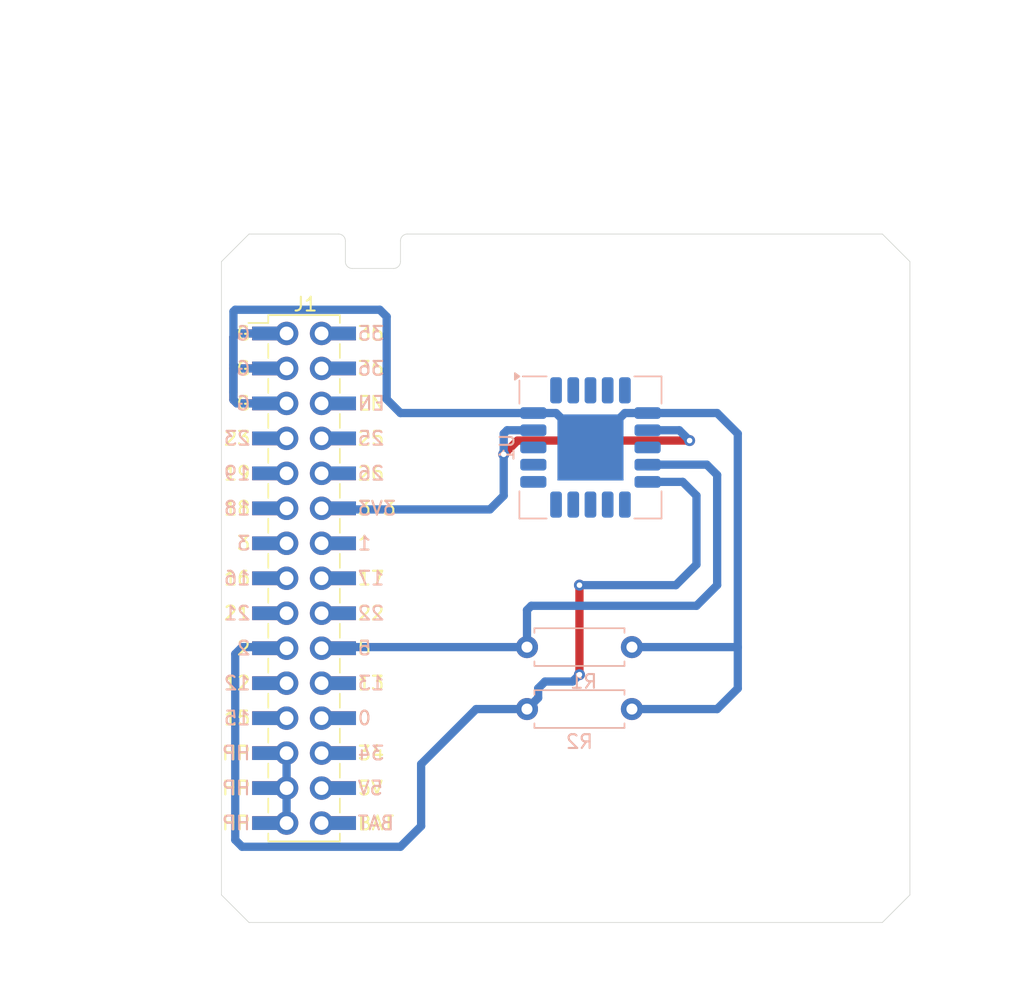
<source format=kicad_pcb>
(kicad_pcb (version 20240108) (generator "pcbnew") (generator_version "8.0")
  (title_block (title "BF-021") (date "2022-02-05") (rev "V01L04") (company "Copyright 2022 BotanicFields, Inc.") (comment 1 "Template of M5Stack Module "))
  (layers (0 "F.Cu" signal) (31 "B.Cu" signal) (34 "B.Paste" user) (35 "F.Paste" user) (36 "B.SilkS" user "B.Silkscreen") (37 "F.SilkS" user "F.Silkscreen") (38 "B.Mask" user) (39 "F.Mask" user) (44 "Edge.Cuts" user))
  (net 0 "")
  (net 1 "+BATT")
  (net 2 "VBUS")
  (net 3 "+5V")
  (net 4 "/GPIO34")
  (net 5 "/GPIO0")
  (net 6 "/GPIO15")
  (net 7 "/GPIO13")
  (net 8 "/GPIO12")
  (net 9 "/GPIO5")
  (net 10 "/GPIO2")
  (net 11 "/GPIO22")
  (net 12 "/GPIO21")
  (net 13 "/GPIO17")
  (net 14 "/GPIO16")
  (net 15 "/GPIO1")
  (net 16 "/GPIO3")
  (net 17 "+3V3")
  (net 18 "/GPIO18")
  (net 19 "/GPIO26")
  (net 20 "/GPIO19")
  (net 21 "/GPIO25")
  (net 22 "/GPIO23")
  (net 23 "/EN")
  (net 24 "GND")
  (net 25 "/GPIO36")
  (net 26 "/GPIO35")
  (footprint "bf:BF@MountingHole_3.2mm_M3" (layer "F.Cu") (at 103 53)
    (property "Reference" "H1" (hide yes))
    (property "Value" "MountingHole" (hide yes))
    (pad "" np_thru_hole circle (at 0 0) (size 3.2 3.2) (drill 3.2) (layers "*.Cu" "*.Mask"))
  )
  (footprint "bf:BF@MountingHole_3.2mm_M3" (layer "F.Cu") (at 147 53)
    (property "Reference" "H2" (hide yes))
    (property "Value" "MountingHole" (hide yes))
    (pad "" np_thru_hole circle (at 0 0) (size 3.2 3.2) (drill 3.2) (layers "*.Cu" "*.Mask"))
  )
  (footprint "bf:BF@MountingHole_3.2mm_M3" (layer "F.Cu") (at 147 97)
    (property "Reference" "H3" (hide yes))
    (property "Value" "MountingHole" (hide yes))
    (pad "" np_thru_hole circle (at 0 0) (size 3.2 3.2) (drill 3.2) (layers "*.Cu" "*.Mask"))
  )
  (footprint "bf:BF@MountingHole_3.2mm_M3" (layer "F.Cu") (at 103 97)
    (property "Reference" "H4" (hide yes))
    (property "Value" "MountingHole" (hide yes))
    (pad "" np_thru_hole circle (at 0 0) (size 3.2 3.2) (drill 3.2) (layers "*.Cu" "*.Mask"))
  )
  (footprint "bf:BF@MountingHole_2.2mm_M2" (layer "F.Cu") (at 107 53)
    (property "Reference" "H5" (hide yes))
    (property "Value" "MountingHole" (hide yes))
    (pad "" np_thru_hole circle (at 0 0) (size 2.2 2.2) (drill 2.2) (layers "*.Cu" "*.Mask"))
  )
  (footprint "bf:BF@MountingHole_2.2mm_M2" (layer "F.Cu") (at 143 53)
    (property "Reference" "H6" (hide yes))
    (property "Value" "MountingHole" (hide yes))
    (pad "" np_thru_hole circle (at 0 0) (size 2.2 2.2) (drill 2.2) (layers "*.Cu" "*.Mask"))
  )
  (footprint "bf:BF@MountingHole_2.2mm_M2" (layer "F.Cu") (at 143 97)
    (property "Reference" "H7" (hide yes))
    (property "Value" "MountingHole" (hide yes))
    (pad "" np_thru_hole circle (at 0 0) (size 2.2 2.2) (drill 2.2) (layers "*.Cu" "*.Mask"))
  )
  (footprint "bf:BF@MountingHole_2.2mm_M2" (layer "F.Cu") (at 107 97)
    (property "Reference" "H8" (hide yes))
    (property "Value" "MountingHole" (hide yes))
    (pad "" np_thru_hole circle (at 0 0) (size 2.2 2.2) (drill 2.2) (layers "*.Cu" "*.Mask"))
  )
  (footprint "bf:BF@M5Stack_MBUS" (layer "F.Cu") (at 106 75)
    (property "Reference" "J1" (at 0.1 -19.9 0) (layer "F.SilkS"))
    (property "Value" "M-BUS")
    (fp_line (start -4.04 -18.54) (end -2.6 -18.54) (stroke (width 0.12)) (layer "F.SilkS"))
    (fp_line (start -2.6 -19.11) (end -2.6 -18.54) (stroke (width 0.12)) (layer "F.SilkS"))
    (fp_line (start -2.6 -19.11) (end 2.6 -19.11) (stroke (width 0.12)) (layer "F.SilkS"))
    (fp_line (start -2.6 -17.02) (end -2.6 -16) (stroke (width 0.12)) (layer "F.SilkS"))
    (fp_line (start -2.6 -14.48) (end -2.6 -13.46) (stroke (width 0.12)) (layer "F.SilkS"))
    (fp_line (start -2.6 -11.94) (end -2.6 -10.92) (stroke (width 0.12)) (layer "F.SilkS"))
    (fp_line (start -2.6 -9.4) (end -2.6 -8.38) (stroke (width 0.12)) (layer "F.SilkS"))
    (fp_line (start -2.6 -6.86) (end -2.6 -5.84) (stroke (width 0.12)) (layer "F.SilkS"))
    (fp_line (start -2.6 -4.32) (end -2.6 -3.3) (stroke (width 0.12)) (layer "F.SilkS"))
    (fp_line (start -2.6 -1.78) (end -2.6 -0.76) (stroke (width 0.12)) (layer "F.SilkS"))
    (fp_line (start -2.6 0.76) (end -2.6 1.78) (stroke (width 0.12)) (layer "F.SilkS"))
    (fp_line (start -2.6 3.3) (end -2.6 4.32) (stroke (width 0.12)) (layer "F.SilkS"))
    (fp_line (start -2.6 5.84) (end -2.6 6.86) (stroke (width 0.12)) (layer "F.SilkS"))
    (fp_line (start -2.6 8.38) (end -2.6 9.4) (stroke (width 0.12)) (layer "F.SilkS"))
    (fp_line (start -2.6 10.92) (end -2.6 11.94) (stroke (width 0.12)) (layer "F.SilkS"))
    (fp_line (start -2.6 13.46) (end -2.6 14.48) (stroke (width 0.12)) (layer "F.SilkS"))
    (fp_line (start -2.6 16) (end -2.6 17.02) (stroke (width 0.12)) (layer "F.SilkS"))
    (fp_line (start -2.6 18.54) (end -2.6 19.11) (stroke (width 0.12)) (layer "F.SilkS"))
    (fp_line (start -2.6 19.11) (end 2.6 19.11) (stroke (width 0.12)) (layer "F.SilkS"))
    (fp_line (start 2.6 -19.11) (end 2.6 -18.54) (stroke (width 0.12)) (layer "F.SilkS"))
    (fp_line (start 2.6 -17.02) (end 2.6 -16) (stroke (width 0.12)) (layer "F.SilkS"))
    (fp_line (start 2.6 -14.48) (end 2.6 -13.46) (stroke (width 0.12)) (layer "F.SilkS"))
    (fp_line (start 2.6 -11.94) (end 2.6 -10.92) (stroke (width 0.12)) (layer "F.SilkS"))
    (fp_line (start 2.6 -9.4) (end 2.6 -8.38) (stroke (width 0.12)) (layer "F.SilkS"))
    (fp_line (start 2.6 -6.86) (end 2.6 -5.84) (stroke (width 0.12)) (layer "F.SilkS"))
    (fp_line (start 2.6 -4.32) (end 2.6 -3.3) (stroke (width 0.12)) (layer "F.SilkS"))
    (fp_line (start 2.6 -1.78) (end 2.6 -0.76) (stroke (width 0.12)) (layer "F.SilkS"))
    (fp_line (start 2.6 0.76) (end 2.6 1.78) (stroke (width 0.12)) (layer "F.SilkS"))
    (fp_line (start 2.6 3.3) (end 2.6 4.32) (stroke (width 0.12)) (layer "F.SilkS"))
    (fp_line (start 2.6 5.84) (end 2.6 6.86) (stroke (width 0.12)) (layer "F.SilkS"))
    (fp_line (start 2.6 8.38) (end 2.6 9.4) (stroke (width 0.12)) (layer "F.SilkS"))
    (fp_line (start 2.6 10.92) (end 2.6 11.94) (stroke (width 0.12)) (layer "F.SilkS"))
    (fp_line (start 2.6 13.46) (end 2.6 14.48) (stroke (width 0.12)) (layer "F.SilkS"))
    (fp_line (start 2.6 16) (end 2.6 17.02) (stroke (width 0.12)) (layer "F.SilkS"))
    (fp_line (start 2.6 18.54) (end 2.6 19.11) (stroke (width 0.12)) (layer "F.SilkS"))
    (fp_text user "5V" (at 3.81 15.24 180) (layer "B.SilkS") (effects (justify right mirror)))
    (fp_text user "34" (at 3.81 12.7 180) (layer "B.SilkS") (effects (justify right mirror)))
    (fp_text user "HP" (at -3.81 12.7 180) (layer "B.SilkS") (effects (justify left mirror)))
    (fp_text user "25" (at 3.81 -10.16 180) (layer "B.SilkS") (effects (justify right mirror)))
    (fp_text user "5" (at 3.81 5.08 180) (layer "B.SilkS") (effects (justify right mirror)))
    (fp_text user "HP" (at -3.81 17.78 180) (layer "B.SilkS") (effects (justify left mirror)))
    (fp_text user "16" (at -3.81 0 180) (layer "B.SilkS") (effects (justify left mirror)))
    (fp_text user "23" (at -3.81 -10.16 180) (layer "B.SilkS") (effects (justify left mirror)))
    (fp_text user "22" (at 3.81 2.54 180) (layer "B.SilkS") (effects (justify right mirror)))
    (fp_text user "1" (at 3.81 -2.54 180) (layer "B.SilkS") (effects (justify right mirror)))
    (fp_text user "0" (at 3.81 10.16 180) (layer "B.SilkS") (effects (justify right mirror)))
    (fp_text user "13" (at 3.81 7.62 180) (layer "B.SilkS") (effects (justify right mirror)))
    (fp_text user "2" (at -3.81 5.08 180) (layer "B.SilkS") (effects (justify left mirror)))
    (fp_text user "18" (at -3.81 -5.08 180) (layer "B.SilkS") (effects (justify left mirror)))
    (fp_text user "HP" (at -3.81 15.24 180) (layer "B.SilkS") (effects (justify left mirror)))
    (fp_text user "G" (at -3.81 -12.7 180) (layer "B.SilkS") (effects (justify left mirror)))
    (fp_text user "36" (at 3.81 -15.24 180) (layer "B.SilkS") (effects (justify right mirror)))
    (fp_text user "21" (at -3.81 2.54 180) (layer "B.SilkS") (effects (justify left mirror)))
    (fp_text user "15" (at -3.81 10.16 180) (layer "B.SilkS") (effects (justify left mirror)))
    (fp_text user "G" (at -3.81 -17.78 180) (layer "B.SilkS") (effects (justify left mirror)))
    (fp_text user "17" (at 3.81 0 180) (layer "B.SilkS") (effects (justify right mirror)))
    (fp_text user "35" (at 3.81 -17.78 180) (layer "B.SilkS") (effects (justify right mirror)))
    (fp_text user "19" (at -3.81 -7.62 180) (layer "B.SilkS") (effects (justify left mirror)))
    (fp_text user "12" (at -3.81 7.62 180) (layer "B.SilkS") (effects (justify left mirror)))
    (fp_text user "G" (at -3.81 -15.24 180) (layer "B.SilkS") (effects (justify left mirror)))
    (fp_text user "3V3" (at 3.81 -5.08 180) (layer "B.SilkS") (effects (justify right mirror)))
    (fp_text user "EN" (at 3.81 -12.7 180) (layer "B.SilkS") (effects (justify right mirror)))
    (fp_text user "26" (at 3.81 -7.62 180) (layer "B.SilkS") (effects (justify right mirror)))
    (fp_text user "3" (at -3.81 -2.54 180) (layer "B.SilkS") (effects (justify left mirror)))
    (fp_text user "BAT" (at 3.81 17.78 180) (layer "B.SilkS") (effects (justify right mirror)))
    (fp_text user "2" (at -3.81 5.08 0) (layer "F.SilkS") (effects (justify right)))
    (fp_text user "19" (at -3.81 -7.62 0) (layer "F.SilkS") (effects (justify right)))
    (fp_text user "34" (at 3.81 12.7 0) (layer "F.SilkS") (effects (justify left)))
    (fp_text user "5V" (at 3.81 15.24 0) (layer "F.SilkS") (effects (justify left)))
    (fp_text user "12" (at -3.81 7.62 0) (layer "F.SilkS") (effects (justify right)))
    (fp_text user "1" (at 3.81 -2.54 0) (layer "F.SilkS") (effects (justify left)))
    (fp_text user "HP" (at -3.81 15.24 0) (layer "F.SilkS") (effects (justify right)))
    (fp_text user "EN" (at 3.81 -12.7 0) (layer "F.SilkS") (effects (justify left)))
    (fp_text user "3" (at -3.81 -2.54 0) (layer "F.SilkS") (effects (justify right)))
    (fp_text user "5" (at 3.81 5.08 0) (layer "F.SilkS") (effects (justify left)))
    (fp_text user "G" (at -3.81 -15.24 0) (layer "F.SilkS") (effects (justify right)))
    (fp_text user "35" (at 3.81 -17.78 0) (layer "F.SilkS") (effects (justify left)))
    (fp_text user "13" (at 3.81 7.62 0) (layer "F.SilkS") (effects (justify left)))
    (fp_text user "15" (at -3.81 10.16 0) (layer "F.SilkS") (effects (justify right)))
    (fp_text user "0" (at 3.81 10.16 0) (layer "F.SilkS") (effects (justify left)))
    (fp_text user "36" (at 3.81 -15.24 0) (layer "F.SilkS") (effects (justify left)))
    (fp_text user "G" (at -3.81 -17.78 0) (layer "F.SilkS") (effects (justify right)))
    (fp_text user "25" (at 3.81 -10.16 0) (layer "F.SilkS") (effects (justify left)))
    (fp_text user "16" (at -3.81 0 0) (layer "F.SilkS") (effects (justify right)))
    (fp_text user "18" (at -3.81 -5.08 0) (layer "F.SilkS") (effects (justify right)))
    (fp_text user "22" (at 3.81 2.54 0) (layer "F.SilkS") (effects (justify left)))
    (fp_text user "23" (at -3.81 -10.16 0) (layer "F.SilkS") (effects (justify right)))
    (fp_text user "17" (at 3.81 0 0) (layer "F.SilkS") (effects (justify left)))
    (fp_text user "3V3" (at 3.81 -5.08 0) (layer "F.SilkS") (effects (justify left)))
    (fp_text user "HP" (at -3.81 17.78 0) (layer "F.SilkS") (effects (justify right)))
    (fp_text user "BAT" (at 3.81 17.78 0) (layer "F.SilkS") (effects (justify left)))
    (fp_text user "26" (at 3.81 -7.62 0) (layer "F.SilkS") (effects (justify left)))
    (fp_text user "21" (at -3.81 2.54 0) (layer "F.SilkS") (effects (justify right)))
    (fp_text user "G" (at -3.81 -12.7 0) (layer "F.SilkS") (effects (justify right)))
    (fp_text user "HP" (at -3.81 12.7 0) (layer "F.SilkS") (effects (justify right)))
    (pad "" np_thru_hole circle (at 0 -16.51 180) (size 1 1) (drill 1) (layers "*.Cu" "*.Mask"))
    (pad "" np_thru_hole circle (at 0 -13.97 180) (size 1 1) (drill 1) (layers "*.Cu" "*.Mask"))
    (pad "" np_thru_hole circle (at 0 13.97 180) (size 1 1) (drill 1) (layers "*.Cu" "*.Mask"))
    (pad "" np_thru_hole circle (at 0 16.51 180) (size 1 1) (drill 1) (layers "*.Cu" "*.Mask"))
    (pad "1" smd custom (at 1.27 -17.78 180) (size 1 1) (layers "F.Cu" "F.Mask") (net 26 "/GPIO35") (options (clearance outline) (anchor rect)) (primitives (gr_poly (pts (xy 0.5 0.5) (xy 0.5 -0.5) (xy -2.5 -0.5) (xy -2.5 0.5)) (width 0) (fill yes))))
    (pad "1" smd custom (at 1.27 -17.78 180) (size 1 1) (layers "B.Cu" "B.Mask") (net 26 "/GPIO35") (options (clearance outline) (anchor rect)) (primitives (gr_poly (pts (xy 0.5 0.5) (xy 0.5 -0.5) (xy -2.5 -0.5) (xy -2.5 0.5)) (width 0) (fill yes))))
    (pad "1" thru_hole circle (at 1.27 -17.78 180) (size 1.7 1.7) (drill 1) (layers "*.Cu" "*.Mask") (net 26 "/GPIO35"))
    (pad "2" smd custom (at -1.27 -17.78) (size 1 1) (layers "F.Cu" "F.Mask") (net 24 "GND") (options (clearance outline) (anchor rect)) (primitives (gr_poly (pts (xy 0.5 0.5) (xy 0.5 -0.5) (xy -2.5 -0.5) (xy -2.5 0.5)) (width 0) (fill yes))))
    (pad "2" smd custom (at -1.27 -17.78) (size 1 1) (layers "B.Cu" "B.Mask") (net 24 "GND") (options (clearance outline) (anchor rect)) (primitives (gr_poly (pts (xy 0.5 0.5) (xy 0.5 -0.5) (xy -2.5 -0.5) (xy -2.5 0.5)) (width 0) (fill yes))))
    (pad "2" thru_hole circle (at -1.27 -17.78) (size 1.7 1.7) (drill 1) (layers "*.Cu" "*.Mask") (net 24 "GND"))
    (pad "3" smd custom (at 1.27 -15.24 180) (size 1 1) (layers "F.Cu" "F.Mask") (net 25 "/GPIO36") (options (clearance outline) (anchor rect)) (primitives (gr_poly (pts (xy 0.5 0.5) (xy 0.5 -0.5) (xy -2.5 -0.5) (xy -2.5 0.5)) (width 0) (fill yes))))
    (pad "3" smd custom (at 1.27 -15.24 180) (size 1 1) (layers "B.Cu" "B.Mask") (net 25 "/GPIO36") (options (clearance outline) (anchor rect)) (primitives (gr_poly (pts (xy 0.5 0.5) (xy 0.5 -0.5) (xy -2.5 -0.5) (xy -2.5 0.5)) (width 0) (fill yes))))
    (pad "3" thru_hole circle (at 1.27 -15.24 180) (size 1.7 1.7) (drill 1) (layers "*.Cu" "*.Mask") (net 25 "/GPIO36"))
    (pad "4" smd custom (at -1.27 -15.24) (size 1 1) (layers "F.Cu" "F.Mask") (net 24 "GND") (options (clearance outline) (anchor rect)) (primitives (gr_poly (pts (xy 0.5 0.5) (xy 0.5 -0.5) (xy -2.5 -0.5) (xy -2.5 0.5)) (width 0) (fill yes))))
    (pad "4" smd custom (at -1.27 -15.24) (size 1 1) (layers "B.Cu" "B.Mask") (net 24 "GND") (options (clearance outline) (anchor rect)) (primitives (gr_poly (pts (xy 0.5 0.5) (xy 0.5 -0.5) (xy -2.5 -0.5) (xy -2.5 0.5)) (width 0) (fill yes))))
    (pad "4" thru_hole circle (at -1.27 -15.24) (size 1.7 1.7) (drill 1) (layers "*.Cu" "*.Mask") (net 24 "GND"))
    (pad "5" smd custom (at 1.27 -12.7 180) (size 1 1) (layers "F.Cu" "F.Mask") (net 23 "/EN") (options (clearance outline) (anchor rect)) (primitives (gr_poly (pts (xy 0.5 0.5) (xy 0.5 -0.5) (xy -2.5 -0.5) (xy -2.5 0.5)) (width 0) (fill yes))))
    (pad "5" smd custom (at 1.27 -12.7 180) (size 1 1) (layers "B.Cu" "B.Mask") (net 23 "/EN") (options (clearance outline) (anchor rect)) (primitives (gr_poly (pts (xy 0.5 0.5) (xy 0.5 -0.5) (xy -2.5 -0.5) (xy -2.5 0.5)) (width 0) (fill yes))))
    (pad "5" thru_hole circle (at 1.27 -12.7 180) (size 1.7 1.7) (drill 1) (layers "*.Cu" "*.Mask") (net 23 "/EN"))
    (pad "6" smd custom (at -1.27 -12.7) (size 1 1) (layers "F.Cu" "F.Mask") (net 24 "GND") (options (clearance outline) (anchor rect)) (primitives (gr_poly (pts (xy 0.5 0.5) (xy 0.5 -0.5) (xy -2.5 -0.5) (xy -2.5 0.5)) (width 0) (fill yes))))
    (pad "6" smd custom (at -1.27 -12.7) (size 1 1) (layers "B.Cu" "B.Mask") (net 24 "GND") (options (clearance outline) (anchor rect)) (primitives (gr_poly (pts (xy 0.5 0.5) (xy 0.5 -0.5) (xy -2.5 -0.5) (xy -2.5 0.5)) (width 0) (fill yes))))
    (pad "6" thru_hole circle (at -1.27 -12.7) (size 1.7 1.7) (drill 1) (layers "*.Cu" "*.Mask") (net 24 "GND"))
    (pad "7" smd custom (at 1.27 -10.16 180) (size 1 1) (layers "F.Cu" "F.Mask") (net 21 "/GPIO25") (options (clearance outline) (anchor rect)) (primitives (gr_poly (pts (xy 0.5 0.5) (xy 0.5 -0.5) (xy -2.5 -0.5) (xy -2.5 0.5)) (width 0) (fill yes))))
    (pad "7" smd custom (at 1.27 -10.16 180) (size 1 1) (layers "B.Cu" "B.Mask") (net 21 "/GPIO25") (options (clearance outline) (anchor rect)) (primitives (gr_poly (pts (xy 0.5 0.5) (xy 0.5 -0.5) (xy -2.5 -0.5) (xy -2.5 0.5)) (width 0) (fill yes))))
    (pad "7" thru_hole circle (at 1.27 -10.16 180) (size 1.7 1.7) (drill 1) (layers "*.Cu" "*.Mask") (net 21 "/GPIO25"))
    (pad "8" smd custom (at -1.27 -10.16) (size 1 1) (layers "F.Cu" "F.Mask") (net 22 "/GPIO23") (options (clearance outline) (anchor rect)) (primitives (gr_poly (pts (xy 0.5 0.5) (xy 0.5 -0.5) (xy -2.5 -0.5) (xy -2.5 0.5)) (width 0) (fill yes))))
    (pad "8" smd custom (at -1.27 -10.16) (size 1 1) (layers "B.Cu" "B.Mask") (net 22 "/GPIO23") (options (clearance outline) (anchor rect)) (primitives (gr_poly (pts (xy 0.5 0.5) (xy 0.5 -0.5) (xy -2.5 -0.5) (xy -2.5 0.5)) (width 0) (fill yes))))
    (pad "8" thru_hole circle (at -1.27 -10.16) (size 1.7 1.7) (drill 1) (layers "*.Cu" "*.Mask") (net 22 "/GPIO23"))
    (pad "9" smd custom (at 1.27 -7.62 180) (size 1 1) (layers "F.Cu" "F.Mask") (net 19 "/GPIO26") (options (clearance outline) (anchor rect)) (primitives (gr_poly (pts (xy 0.5 0.5) (xy 0.5 -0.5) (xy -2.5 -0.5) (xy -2.5 0.5)) (width 0) (fill yes))))
    (pad "9" smd custom (at 1.27 -7.62 180) (size 1 1) (layers "B.Cu" "B.Mask") (net 19 "/GPIO26") (options (clearance outline) (anchor rect)) (primitives (gr_poly (pts (xy 0.5 0.5) (xy 0.5 -0.5) (xy -2.5 -0.5) (xy -2.5 0.5)) (width 0) (fill yes))))
    (pad "9" thru_hole circle (at 1.27 -7.62 180) (size 1.7 1.7) (drill 1) (layers "*.Cu" "*.Mask") (net 19 "/GPIO26"))
    (pad "10" smd custom (at -1.27 -7.62) (size 1 1) (layers "F.Cu" "F.Mask") (net 20 "/GPIO19") (options (clearance outline) (anchor rect)) (primitives (gr_poly (pts (xy 0.5 0.5) (xy 0.5 -0.5) (xy -2.5 -0.5) (xy -2.5 0.5)) (width 0) (fill yes))))
    (pad "10" smd custom (at -1.27 -7.62) (size 1 1) (layers "B.Cu" "B.Mask") (net 20 "/GPIO19") (options (clearance outline) (anchor rect)) (primitives (gr_poly (pts (xy 0.5 0.5) (xy 0.5 -0.5) (xy -2.5 -0.5) (xy -2.5 0.5)) (width 0) (fill yes))))
    (pad "10" thru_hole circle (at -1.27 -7.62) (size 1.7 1.7) (drill 1) (layers "*.Cu" "*.Mask") (net 20 "/GPIO19"))
    (pad "11" smd custom (at 1.27 -5.08 180) (size 1 1) (layers "F.Cu" "F.Mask") (net 17 "+3V3") (options (clearance outline) (anchor rect)) (primitives (gr_poly (pts (xy 0.5 0.5) (xy 0.5 -0.5) (xy -2.5 -0.5) (xy -2.5 0.5)) (width 0) (fill yes))))
    (pad "11" smd custom (at 1.27 -5.08 180) (size 1 1) (layers "B.Cu" "B.Mask") (net 17 "+3V3") (options (clearance outline) (anchor rect)) (primitives (gr_poly (pts (xy 0.5 0.5) (xy 0.5 -0.5) (xy -2.5 -0.5) (xy -2.5 0.5)) (width 0) (fill yes))))
    (pad "11" thru_hole circle (at 1.27 -5.08 180) (size 1.7 1.7) (drill 1) (layers "*.Cu" "*.Mask") (net 17 "+3V3"))
    (pad "12" smd custom (at -1.27 -5.08) (size 1 1) (layers "F.Cu" "F.Mask") (net 18 "/GPIO18") (options (clearance outline) (anchor rect)) (primitives (gr_poly (pts (xy 0.5 0.5) (xy 0.5 -0.5) (xy -2.5 -0.5) (xy -2.5 0.5)) (width 0) (fill yes))))
    (pad "12" smd custom (at -1.27 -5.08) (size 1 1) (layers "B.Cu" "B.Mask") (net 18 "/GPIO18") (options (clearance outline) (anchor rect)) (primitives (gr_poly (pts (xy 0.5 0.5) (xy 0.5 -0.5) (xy -2.5 -0.5) (xy -2.5 0.5)) (width 0) (fill yes))))
    (pad "12" thru_hole circle (at -1.27 -5.08) (size 1.7 1.7) (drill 1) (layers "*.Cu" "*.Mask") (net 18 "/GPIO18"))
    (pad "13" smd custom (at 1.27 -2.54 180) (size 1 1) (layers "F.Cu" "F.Mask") (net 15 "/GPIO1") (options (clearance outline) (anchor rect)) (primitives (gr_poly (pts (xy 0.5 0.5) (xy 0.5 -0.5) (xy -2.5 -0.5) (xy -2.5 0.5)) (width 0) (fill yes))))
    (pad "13" smd custom (at 1.27 -2.54 180) (size 1 1) (layers "B.Cu" "B.Mask") (net 15 "/GPIO1") (options (clearance outline) (anchor rect)) (primitives (gr_poly (pts (xy 0.5 0.5) (xy 0.5 -0.5) (xy -2.5 -0.5) (xy -2.5 0.5)) (width 0) (fill yes))))
    (pad "13" thru_hole circle (at 1.27 -2.54 180) (size 1.7 1.7) (drill 1) (layers "*.Cu" "*.Mask") (net 15 "/GPIO1"))
    (pad "14" smd custom (at -1.27 -2.54) (size 1 1) (layers "F.Cu" "F.Mask") (net 16 "/GPIO3") (options (clearance outline) (anchor rect)) (primitives (gr_poly (pts (xy 0.5 0.5) (xy 0.5 -0.5) (xy -2.5 -0.5) (xy -2.5 0.5)) (width 0) (fill yes))))
    (pad "14" smd custom (at -1.27 -2.54) (size 1 1) (layers "B.Cu" "B.Mask") (net 16 "/GPIO3") (options (clearance outline) (anchor rect)) (primitives (gr_poly (pts (xy 0.5 0.5) (xy 0.5 -0.5) (xy -2.5 -0.5) (xy -2.5 0.5)) (width 0) (fill yes))))
    (pad "14" thru_hole circle (at -1.27 -2.54) (size 1.7 1.7) (drill 1) (layers "*.Cu" "*.Mask") (net 16 "/GPIO3"))
    (pad "15" smd custom (at 1.27 0 180) (size 1 1) (layers "F.Cu" "F.Mask") (net 13 "/GPIO17") (options (clearance outline) (anchor rect)) (primitives (gr_poly (pts (xy 0.5 0.5) (xy 0.5 -0.5) (xy -2.5 -0.5) (xy -2.5 0.5)) (width 0) (fill yes))))
    (pad "15" smd custom (at 1.27 0 180) (size 1 1) (layers "B.Cu" "B.Mask") (net 13 "/GPIO17") (options (clearance outline) (anchor rect)) (primitives (gr_poly (pts (xy 0.5 0.5) (xy 0.5 -0.5) (xy -2.5 -0.5) (xy -2.5 0.5)) (width 0) (fill yes))))
    (pad "15" thru_hole circle (at 1.27 0 180) (size 1.7 1.7) (drill 1) (layers "*.Cu" "*.Mask") (net 13 "/GPIO17"))
    (pad "16" smd custom (at -1.27 0) (size 1 1) (layers "F.Cu" "F.Mask") (net 14 "/GPIO16") (options (clearance outline) (anchor rect)) (primitives (gr_poly (pts (xy 0.5 0.5) (xy 0.5 -0.5) (xy -2.5 -0.5) (xy -2.5 0.5)) (width 0) (fill yes))))
    (pad "16" smd custom (at -1.27 0) (size 1 1) (layers "B.Cu" "B.Mask") (net 14 "/GPIO16") (options (clearance outline) (anchor rect)) (primitives (gr_poly (pts (xy 0.5 0.5) (xy 0.5 -0.5) (xy -2.5 -0.5) (xy -2.5 0.5)) (width 0) (fill yes))))
    (pad "16" thru_hole circle (at -1.27 0) (size 1.7 1.7) (drill 1) (layers "*.Cu" "*.Mask") (net 14 "/GPIO16"))
    (pad "17" smd custom (at 1.27 2.54 180) (size 1 1) (layers "F.Cu" "F.Mask") (net 11 "/GPIO22") (options (clearance outline) (anchor rect)) (primitives (gr_poly (pts (xy 0.5 0.5) (xy 0.5 -0.5) (xy -2.5 -0.5) (xy -2.5 0.5)) (width 0) (fill yes))))
    (pad "17" smd custom (at 1.27 2.54 180) (size 1 1) (layers "B.Cu" "B.Mask") (net 11 "/GPIO22") (options (clearance outline) (anchor rect)) (primitives (gr_poly (pts (xy 0.5 0.5) (xy 0.5 -0.5) (xy -2.5 -0.5) (xy -2.5 0.5)) (width 0) (fill yes))))
    (pad "17" thru_hole circle (at 1.27 2.54 180) (size 1.7 1.7) (drill 1) (layers "*.Cu" "*.Mask") (net 11 "/GPIO22"))
    (pad "18" smd custom (at -1.27 2.54) (size 1 1) (layers "F.Cu" "F.Mask") (net 12 "/GPIO21") (options (clearance outline) (anchor rect)) (primitives (gr_poly (pts (xy 0.5 0.5) (xy 0.5 -0.5) (xy -2.5 -0.5) (xy -2.5 0.5)) (width 0) (fill yes))))
    (pad "18" smd custom (at -1.27 2.54) (size 1 1) (layers "B.Cu" "B.Mask") (net 12 "/GPIO21") (options (clearance outline) (anchor rect)) (primitives (gr_poly (pts (xy 0.5 0.5) (xy 0.5 -0.5) (xy -2.5 -0.5) (xy -2.5 0.5)) (width 0) (fill yes))))
    (pad "18" thru_hole circle (at -1.27 2.54) (size 1.7 1.7) (drill 1) (layers "*.Cu" "*.Mask") (net 12 "/GPIO21"))
    (pad "19" smd custom (at 1.27 5.08 180) (size 1 1) (layers "F.Cu" "F.Mask") (net 9 "/GPIO5") (options (clearance outline) (anchor rect)) (primitives (gr_poly (pts (xy 0.5 0.5) (xy 0.5 -0.5) (xy -2.5 -0.5) (xy -2.5 0.5)) (width 0) (fill yes))))
    (pad "19" smd custom (at 1.27 5.08 180) (size 1 1) (layers "B.Cu" "B.Mask") (net 9 "/GPIO5") (options (clearance outline) (anchor rect)) (primitives (gr_poly (pts (xy 0.5 0.5) (xy 0.5 -0.5) (xy -2.5 -0.5) (xy -2.5 0.5)) (width 0) (fill yes))))
    (pad "19" thru_hole circle (at 1.27 5.08 180) (size 1.7 1.7) (drill 1) (layers "*.Cu" "*.Mask") (net 9 "/GPIO5"))
    (pad "20" smd custom (at -1.27 5.08) (size 1 1) (layers "F.Cu" "F.Mask") (net 10 "/GPIO2") (options (clearance outline) (anchor rect)) (primitives (gr_poly (pts (xy 0.5 0.5) (xy 0.5 -0.5) (xy -2.5 -0.5) (xy -2.5 0.5)) (width 0) (fill yes))))
    (pad "20" smd custom (at -1.27 5.08) (size 1 1) (layers "B.Cu" "B.Mask") (net 10 "/GPIO2") (options (clearance outline) (anchor rect)) (primitives (gr_poly (pts (xy 0.5 0.5) (xy 0.5 -0.5) (xy -2.5 -0.5) (xy -2.5 0.5)) (width 0) (fill yes))))
    (pad "20" thru_hole circle (at -1.27 5.08) (size 1.7 1.7) (drill 1) (layers "*.Cu" "*.Mask") (net 10 "/GPIO2"))
    (pad "21" smd custom (at 1.27 7.62 180) (size 1 1) (layers "F.Cu" "F.Mask") (net 7 "/GPIO13") (options (clearance outline) (anchor rect)) (primitives (gr_poly (pts (xy 0.5 0.5) (xy 0.5 -0.5) (xy -2.5 -0.5) (xy -2.5 0.5)) (width 0) (fill yes))))
    (pad "21" smd custom (at 1.27 7.62 180) (size 1 1) (layers "B.Cu" "B.Mask") (net 7 "/GPIO13") (options (clearance outline) (anchor rect)) (primitives (gr_poly (pts (xy 0.5 0.5) (xy 0.5 -0.5) (xy -2.5 -0.5) (xy -2.5 0.5)) (width 0) (fill yes))))
    (pad "21" thru_hole circle (at 1.27 7.62 180) (size 1.7 1.7) (drill 1) (layers "*.Cu" "*.Mask") (net 7 "/GPIO13"))
    (pad "22" smd custom (at -1.27 7.62) (size 1 1) (layers "F.Cu" "F.Mask") (net 8 "/GPIO12") (options (clearance outline) (anchor rect)) (primitives (gr_poly (pts (xy 0.5 0.5) (xy 0.5 -0.5) (xy -2.5 -0.5) (xy -2.5 0.5)) (width 0) (fill yes))))
    (pad "22" smd custom (at -1.27 7.62) (size 1 1) (layers "B.Cu" "B.Mask") (net 8 "/GPIO12") (options (clearance outline) (anchor rect)) (primitives (gr_poly (pts (xy 0.5 0.5) (xy 0.5 -0.5) (xy -2.5 -0.5) (xy -2.5 0.5)) (width 0) (fill yes))))
    (pad "22" thru_hole circle (at -1.27 7.62) (size 1.7 1.7) (drill 1) (layers "*.Cu" "*.Mask") (net 8 "/GPIO12"))
    (pad "23" smd custom (at 1.27 10.16 180) (size 1 1) (layers "F.Cu" "F.Mask") (net 5 "/GPIO0") (options (clearance outline) (anchor rect)) (primitives (gr_poly (pts (xy 0.5 0.5) (xy 0.5 -0.5) (xy -2.5 -0.5) (xy -2.5 0.5)) (width 0) (fill yes))))
    (pad "23" smd custom (at 1.27 10.16 180) (size 1 1) (layers "B.Cu" "B.Mask") (net 5 "/GPIO0") (options (clearance outline) (anchor rect)) (primitives (gr_poly (pts (xy 0.5 0.5) (xy 0.5 -0.5) (xy -2.5 -0.5) (xy -2.5 0.5)) (width 0) (fill yes))))
    (pad "23" thru_hole circle (at 1.27 10.16 180) (size 1.7 1.7) (drill 1) (layers "*.Cu" "*.Mask") (net 5 "/GPIO0"))
    (pad "24" smd custom (at -1.27 10.16) (size 1 1) (layers "F.Cu" "F.Mask") (net 6 "/GPIO15") (options (clearance outline) (anchor rect)) (primitives (gr_poly (pts (xy 0.5 0.5) (xy 0.5 -0.5) (xy -2.5 -0.5) (xy -2.5 0.5)) (width 0) (fill yes))))
    (pad "24" smd custom (at -1.27 10.16) (size 1 1) (layers "B.Cu" "B.Mask") (net 6 "/GPIO15") (options (clearance outline) (anchor rect)) (primitives (gr_poly (pts (xy 0.5 0.5) (xy 0.5 -0.5) (xy -2.5 -0.5) (xy -2.5 0.5)) (width 0) (fill yes))))
    (pad "24" thru_hole circle (at -1.27 10.16) (size 1.7 1.7) (drill 1) (layers "*.Cu" "*.Mask") (net 6 "/GPIO15"))
    (pad "25" smd custom (at 1.27 12.7 180) (size 1 1) (layers "F.Cu" "F.Mask") (net 4 "/GPIO34") (options (clearance outline) (anchor rect)) (primitives (gr_poly (pts (xy 0.5 0.5) (xy 0.5 -0.5) (xy -2.5 -0.5) (xy -2.5 0.5)) (width 0) (fill yes))))
    (pad "25" smd custom (at 1.27 12.7 180) (size 1 1) (layers "B.Cu" "B.Mask") (net 4 "/GPIO34") (options (clearance outline) (anchor rect)) (primitives (gr_poly (pts (xy 0.5 0.5) (xy 0.5 -0.5) (xy -2.5 -0.5) (xy -2.5 0.5)) (width 0) (fill yes))))
    (pad "25" thru_hole circle (at 1.27 12.7 180) (size 1.7 1.7) (drill 1) (layers "*.Cu" "*.Mask") (net 4 "/GPIO34"))
    (pad "26" smd custom (at -1.27 12.7) (size 1 1) (layers "F.Cu" "F.Mask") (net 2 "VBUS") (options (clearance outline) (anchor rect)) (primitives (gr_poly (pts (xy 0.5 0.5) (xy 0.5 -0.5) (xy -2.5 -0.5) (xy -2.5 0.5)) (width 0) (fill yes))))
    (pad "26" smd custom (at -1.27 12.7) (size 1 1) (layers "B.Cu" "B.Mask") (net 2 "VBUS") (options (clearance outline) (anchor rect)) (primitives (gr_poly (pts (xy 0.5 0.5) (xy 0.5 -0.5) (xy -2.5 -0.5) (xy -2.5 0.5)) (width 0) (fill yes))))
    (pad "26" thru_hole circle (at -1.27 12.7) (size 1.7 1.7) (drill 1) (layers "*.Cu" "*.Mask") (net 2 "VBUS"))
    (pad "27" smd custom (at 1.27 15.24 180) (size 1 1) (layers "F.Cu" "F.Mask") (net 3 "+5V") (options (clearance outline) (anchor rect)) (primitives (gr_poly (pts (xy 0.5 0.5) (xy 0.5 -0.5) (xy -2.5 -0.5) (xy -2.5 0.5)) (width 0) (fill yes))))
    (pad "27" smd custom (at 1.27 15.24 180) (size 1 1) (layers "B.Cu" "B.Mask") (net 3 "+5V") (options (clearance outline) (anchor rect)) (primitives (gr_poly (pts (xy 0.5 0.5) (xy 0.5 -0.5) (xy -2.5 -0.5) (xy -2.5 0.5)) (width 0) (fill yes))))
    (pad "27" thru_hole circle (at 1.27 15.24 180) (size 1.7 1.7) (drill 1) (layers "*.Cu" "*.Mask") (net 3 "+5V"))
    (pad "28" smd custom (at -1.27 15.24) (size 1 1) (layers "F.Cu" "F.Mask") (net 2 "VBUS") (options (clearance outline) (anchor rect)) (primitives (gr_poly (pts (xy 0.5 0.5) (xy 0.5 -0.5) (xy -2.5 -0.5) (xy -2.5 0.5)) (width 0) (fill yes))))
    (pad "28" smd custom (at -1.27 15.24) (size 1 1) (layers "B.Cu" "B.Mask") (net 2 "VBUS") (options (clearance outline) (anchor rect)) (primitives (gr_poly (pts (xy 0.5 0.5) (xy 0.5 -0.5) (xy -2.5 -0.5) (xy -2.5 0.5)) (width 0) (fill yes))))
    (pad "28" thru_hole circle (at -1.27 15.24) (size 1.7 1.7) (drill 1) (layers "*.Cu" "*.Mask") (net 2 "VBUS"))
    (pad "29" smd custom (at 1.27 17.78 180) (size 1 1) (layers "F.Cu" "F.Mask") (net 1 "+BATT") (options (clearance outline) (anchor rect)) (primitives (gr_poly (pts (xy 0.5 0.5) (xy 0.5 -0.5) (xy -2.5 -0.5) (xy -2.5 0.5)) (width 0) (fill yes))))
    (pad "29" smd custom (at 1.27 17.78 180) (size 1 1) (layers "B.Cu" "B.Mask") (net 1 "+BATT") (options (clearance outline) (anchor rect)) (primitives (gr_poly (pts (xy 0.5 0.5) (xy 0.5 -0.5) (xy -2.5 -0.5) (xy -2.5 0.5)) (width 0) (fill yes))))
    (pad "29" thru_hole circle (at 1.27 17.78 180) (size 1.7 1.7) (drill 1) (layers "*.Cu" "*.Mask") (net 1 "+BATT"))
    (pad "30" smd custom (at -1.27 17.78) (size 1 1) (layers "F.Cu" "F.Mask") (net 2 "VBUS") (options (clearance outline) (anchor rect)) (primitives (gr_poly (pts (xy 0.5 0.5) (xy 0.5 -0.5) (xy -2.5 -0.5) (xy -2.5 0.5)) (width 0) (fill yes))))
    (pad "30" smd custom (at -1.27 17.78) (size 1 1) (layers "B.Cu" "B.Mask") (net 2 "VBUS") (options (clearance outline) (anchor rect)) (primitives (gr_poly (pts (xy 0.5 0.5) (xy 0.5 -0.5) (xy -2.5 -0.5) (xy -2.5 0.5)) (width 0) (fill yes))))
    (pad "30" thru_hole circle (at -1.27 17.78) (size 1.7 1.7) (drill 1) (layers "*.Cu" "*.Mask") (net 2 "VBUS"))
  )
  (footprint "Resistor_THT:R_Axial_DIN0207_L6.3mm_D2.5mm_P7.62mm_Horizontal" (layer "B.Cu") (at 122.19 84.5)
    (property "Reference" "R2" (at 3.81 2.37 0) (layer "B.SilkS") (effects (justify mirror)))
    (property "Value" "R" (hide yes))
    (fp_line (start 0.54 -1.37) (end 0.54 -1.04) (stroke (width 0.12)) (layer "B.SilkS"))
    (fp_line (start 0.54 1.37) (end 0.54 1.04) (stroke (width 0.12)) (layer "B.SilkS"))
    (fp_line (start 7.08 -1.37) (end 0.54 -1.37) (stroke (width 0.12)) (layer "B.SilkS"))
    (fp_line (start 7.08 -1.04) (end 7.08 -1.37) (stroke (width 0.12)) (layer "B.SilkS"))
    (fp_line (start 7.08 1.04) (end 7.08 1.37) (stroke (width 0.12)) (layer "B.SilkS"))
    (fp_line (start 7.08 1.37) (end 0.54 1.37) (stroke (width 0.12)) (layer "B.SilkS"))
    (pad "1" thru_hole circle (at 0 0) (size 1.6 1.6) (drill 0.8) (layers "*.Cu" "*.Mask") (net 10 "/GPIO2"))
    (pad "2" thru_hole oval (at 7.62 0) (size 1.6 1.6) (drill 0.8) (layers "*.Cu" "*.Mask") (net 24 "GND"))
  )
  (footprint "Sensor:Sensirion_SCD4x-1EP_10.1x10.1mm_P1.25mm_EP4.8x4.8mm" (layer "B.Cu") (at 126.8 65.5 -90)
    (property "Reference" "U1" (at 0 6.05 90) (layer "B.SilkS") (effects (justify mirror)))
    (property "Value" "SCD40-D-R2")
    (fp_line (start -4.86 5.16) (end -3.185 5.16) (stroke (width 0.12)) (layer "B.SilkS"))
    (fp_line (start 5.16 5.16) (end 3.185 5.16) (stroke (width 0.12)) (layer "B.SilkS"))
    (fp_line (start -5.16 4.92) (end -5.16 3.185) (stroke (width 0.12)) (layer "B.SilkS"))
    (fp_line (start 5.16 3.185) (end 5.16 5.16) (stroke (width 0.12)) (layer "B.SilkS"))
    (fp_line (start -5.16 -3.185) (end -5.16 -5.16) (stroke (width 0.12)) (layer "B.SilkS"))
    (fp_line (start 5.16 -3.185) (end 5.16 -5.16) (stroke (width 0.12)) (layer "B.SilkS"))
    (fp_line (start -5.16 -5.16) (end -3.185 -5.16) (stroke (width 0.12)) (layer "B.SilkS"))
    (fp_line (start 5.16 -5.16) (end 3.185 -5.16) (stroke (width 0.12)) (layer "B.SilkS"))
    (fp_poly (pts (xy -5.16 5.16) (xy -5.4 5.49) (xy -4.92 5.49) (xy -5.16 5.16)) (stroke (width 0.12)) (fill solid) (layer "B.SilkS"))
    (pad "1" smd roundrect (at -4.15 2.5 270) (size 1.9 0.85) (layers "B.Cu" "B.Paste" "B.Mask"))
    (pad "2" smd roundrect (at -4.15 1.25 270) (size 1.9 0.85) (layers "B.Cu" "B.Paste" "B.Mask"))
    (pad "3" smd roundrect (at -4.15 0 270) (size 1.9 0.85) (layers "B.Cu" "B.Paste" "B.Mask"))
    (pad "4" smd roundrect (at -4.15 -1.25 270) (size 1.9 0.85) (layers "B.Cu" "B.Paste" "B.Mask"))
    (pad "5" smd roundrect (at -4.15 -2.5 270) (size 1.9 0.85) (layers "B.Cu" "B.Paste" "B.Mask"))
    (pad "6" smd roundrect (at -2.5 -4.15 270) (size 0.85 1.9) (layers "B.Cu" "B.Paste" "B.Mask") (net 24 "GND"))
    (pad "7" smd roundrect (at -1.25 -4.15 270) (size 0.85 1.9) (layers "B.Cu" "B.Paste" "B.Mask") (net 17 "+3V3"))
    (pad "8" smd roundrect (at 0 -4.15 270) (size 0.85 1.9) (layers "B.Cu" "B.Paste" "B.Mask"))
    (pad "9" smd roundrect (at 1.25 -4.15 270) (size 0.85 1.9) (layers "B.Cu" "B.Paste" "B.Mask") (net 9 "/GPIO5"))
    (pad "10" smd roundrect (at 2.5 -4.15 270) (size 0.85 1.9) (layers "B.Cu" "B.Paste" "B.Mask") (net 10 "/GPIO2"))
    (pad "11" smd roundrect (at 4.15 -2.5 270) (size 1.9 0.85) (layers "B.Cu" "B.Paste" "B.Mask"))
    (pad "12" smd roundrect (at 4.15 -1.25 270) (size 1.9 0.85) (layers "B.Cu" "B.Paste" "B.Mask"))
    (pad "13" smd roundrect (at 4.15 0 270) (size 1.9 0.85) (layers "B.Cu" "B.Paste" "B.Mask"))
    (pad "14" smd roundrect (at 4.15 1.25 270) (size 1.9 0.85) (layers "B.Cu" "B.Paste" "B.Mask"))
    (pad "15" smd roundrect (at 4.15 2.5 270) (size 1.9 0.85) (layers "B.Cu" "B.Paste" "B.Mask"))
    (pad "16" smd roundrect (at 2.5 4.15 270) (size 0.85 1.9) (layers "B.Cu" "B.Paste" "B.Mask"))
    (pad "17" smd roundrect (at 1.25 4.15 270) (size 0.85 1.9) (layers "B.Cu" "B.Paste" "B.Mask"))
    (pad "18" smd roundrect (at 0 4.15 270) (size 0.85 1.9) (layers "B.Cu" "B.Paste" "B.Mask"))
    (pad "19" smd roundrect (at -1.25 4.15 270) (size 0.85 1.9) (layers "B.Cu" "B.Paste" "B.Mask") (net 17 "+3V3"))
    (pad "20" smd roundrect (at -2.5 4.15 270) (size 0.85 1.9) (layers "B.Cu" "B.Paste" "B.Mask") (net 24 "GND"))
    (pad "21" smd rect (at 0 0 270) (size 4.8 4.8) (property pad_prop_heatsink) (layers "B.Cu" "B.Mask") (net 24 "GND"))
  )
  (footprint "Resistor_THT:R_Axial_DIN0207_L6.3mm_D2.5mm_P7.62mm_Horizontal" (layer "B.Cu") (at 122.19 80)
    (property "Reference" "R1" (at 4.12 2.5 0) (layer "B.SilkS") (effects (justify mirror)))
    (property "Value" "R" (hide yes))
    (fp_line (start 0.54 -1.37) (end 0.54 -1.04) (stroke (width 0.12)) (layer "B.SilkS"))
    (fp_line (start 0.54 1.37) (end 0.54 1.04) (stroke (width 0.12)) (layer "B.SilkS"))
    (fp_line (start 7.08 -1.37) (end 0.54 -1.37) (stroke (width 0.12)) (layer "B.SilkS"))
    (fp_line (start 7.08 -1.04) (end 7.08 -1.37) (stroke (width 0.12)) (layer "B.SilkS"))
    (fp_line (start 7.08 1.04) (end 7.08 1.37) (stroke (width 0.12)) (layer "B.SilkS"))
    (fp_line (start 7.08 1.37) (end 0.54 1.37) (stroke (width 0.12)) (layer "B.SilkS"))
    (pad "1" thru_hole circle (at 0 0) (size 1.6 1.6) (drill 0.8) (layers "*.Cu" "*.Mask") (net 9 "/GPIO5"))
    (pad "2" thru_hole oval (at 7.62 0) (size 1.6 1.6) (drill 0.8) (layers "*.Cu" "*.Mask") (net 24 "GND"))
  )
  (gr_line (start 108.5 50) (end 102 50) (stroke (width 0.05)) (layer "Edge.Cuts"))
  (gr_line (start 100 98) (end 100 52) (stroke (width 0.05)) (layer "Edge.Cuts"))
  (gr_line (start 150 52) (end 150 98) (stroke (width 0.05)) (layer "Edge.Cuts"))
  (gr_line (start 109.5 52.5) (end 112.5 52.5) (stroke (width 0.05)) (layer "Edge.Cuts"))
  (gr_arc (start 113 52) (mid 112.853553 52.353553) (end 112.5 52.5) (stroke (width 0.05)) (layer "Edge.Cuts"))
  (gr_line (start 109 50.5) (end 109 52) (stroke (width 0.05)) (layer "Edge.Cuts"))
  (gr_arc (start 113 50.5) (mid 113.146447 50.146447) (end 113.5 50) (stroke (width 0.05)) (layer "Edge.Cuts"))
  (gr_line (start 150 52) (end 148 50) (stroke (width 0.05)) (layer "Edge.Cuts"))
  (gr_arc (start 108.5 50) (mid 108.853553 50.146447) (end 109 50.5) (stroke (width 0.05)) (layer "Edge.Cuts"))
  (gr_line (start 102 50) (end 100 52) (stroke (width 0.05)) (layer "Edge.Cuts"))
  (gr_line (start 148 50) (end 113.5 50) (stroke (width 0.05)) (layer "Edge.Cuts"))
  (gr_line (start 148 100) (end 150 98) (stroke (width 0.05)) (layer "Edge.Cuts"))
  (gr_line (start 102 100) (end 148 100) (stroke (width 0.05)) (layer "Edge.Cuts"))
  (gr_line (start 113 52) (end 113 50.5) (stroke (width 0.05)) (layer "Edge.Cuts"))
  (gr_line (start 100 98) (end 102 100) (stroke (width 0.05)) (layer "Edge.Cuts"))
  (gr_arc (start 109.5 52.5) (mid 109.146447 52.353553) (end 109 52) (stroke (width 0.05)) (layer "Edge.Cuts"))
  (segment (start 102.94 87.7) (end 102.921 87.719) (width 0.6) (layer "B.Cu") (net 2))
  (segment (start 104.73 87.7) (end 104.73 90.24) (width 0.6) (layer "B.Cu") (net 2))
  (segment (start 104.73 90.24) (end 104.73 92.78) (width 0.6) (layer "B.Cu") (net 2))
  (segment (start 104.73 87.7) (end 102.94 87.7) (width 0.6) (layer "B.Cu") (net 2))
  (segment (start 130.95 66.75) (end 135.25 66.75) (width 0.6) (layer "B.Cu") (net 9))
  (segment (start 122.19 80) (end 107.5 80) (width 0.6) (layer "B.Cu") (net 9))
  (segment (start 122.19 77.31) (end 122.19 80) (width 0.6) (layer "B.Cu") (net 9))
  (segment (start 136 67.5) (end 136 75.5) (width 0.6) (layer "B.Cu") (net 9))
  (segment (start 135.25 66.75) (end 136 67.5) (width 0.6) (layer "B.Cu") (net 9))
  (segment (start 136 75.5) (end 134.5 77) (width 0.6) (layer "B.Cu") (net 9))
  (segment (start 122.5 77) (end 122.19 77.31) (width 0.6) (layer "B.Cu") (net 9))
  (segment (start 134.5 77) (end 122.5 77) (width 0.6) (layer "B.Cu") (net 9))
  (segment (start 126 75.5) (end 126 82) (width 0.6) (layer "F.Cu") (net 10))
  (via (at 126 82) (size 0.8) (drill 0.4) (layers "F.Cu" "B.Cu") (net 10))
  (via (at 126 75.5) (size 0.8) (drill 0.4) (layers "F.Cu" "B.Cu") (net 10))
  (segment (start 133 75.5) (end 126 75.5) (width 0.6) (layer "B.Cu") (net 10))
  (segment (start 101 80.5) (end 101.5 80) (width 0.6) (layer "B.Cu") (net 10))
  (segment (start 123.5 82.5) (end 123 83) (width 0.6) (layer "B.Cu") (net 10))
  (segment (start 133.5 68) (end 134.5 69) (width 0.6) (layer "B.Cu") (net 10))
  (segment (start 118.5 84.5) (end 114.5 88.5) (width 0.6) (layer "B.Cu") (net 10))
  (segment (start 126 82) (end 125.5 82.5) (width 0.6) (layer "B.Cu") (net 10))
  (segment (start 134.5 74) (end 133 75.5) (width 0.6) (layer "B.Cu") (net 10))
  (segment (start 125.5 82.5) (end 123.5 82.5) (width 0.6) (layer "B.Cu") (net 10))
  (segment (start 123 83) (end 123 83.69) (width 0.6) (layer "B.Cu") (net 10))
  (segment (start 101.5 94.5) (end 101 94) (width 0.6) (layer "B.Cu") (net 10))
  (segment (start 130.95 68) (end 133.5 68) (width 0.6) (layer "B.Cu") (net 10))
  (segment (start 101.5 80) (end 105 80) (width 0.6) (layer "B.Cu") (net 10))
  (segment (start 122.19 84.5) (end 118.5 84.5) (width 0.6) (layer "B.Cu") (net 10))
  (segment (start 114.5 88.5) (end 114.5 93) (width 0.6) (layer "B.Cu") (net 10))
  (segment (start 101 94) (end 101 80.5) (width 0.6) (layer "B.Cu") (net 10))
  (segment (start 113 94.5) (end 101.5 94.5) (width 0.6) (layer "B.Cu") (net 10))
  (segment (start 123 83.69) (end 122.19 84.5) (width 0.6) (layer "B.Cu") (net 10))
  (segment (start 134.5 69) (end 134.5 74) (width 0.6) (layer "B.Cu") (net 10))
  (segment (start 114.5 93) (end 113 94.5) (width 0.6) (layer "B.Cu") (net 10))
  (segment (start 134 65) (end 121.5 65) (width 0.6) (layer "F.Cu") (net 17))
  (segment (start 121.5 65) (end 120.5 66) (width 0.6) (layer "F.Cu") (net 17))
  (via (at 134 65) (size 0.8) (drill 0.4) (layers "F.Cu" "B.Cu") (net 17))
  (via (at 120.5 66) (size 0.8) (drill 0.4) (layers "F.Cu" "B.Cu") (net 17))
  (segment (start 130.95 64.25) (end 133.25 64.25) (width 0.6) (layer "B.Cu") (net 17))
  (segment (start 119.5 70) (end 120.5 69) (width 0.6) (layer "B.Cu") (net 17))
  (segment (start 120.5 66) (end 120.5 64.5) (width 0.6) (layer "B.Cu") (net 17))
  (segment (start 122.65 64.25) (end 120.75 64.25) (width 0.6) (layer "B.Cu") (net 17))
  (segment (start 133.25 64.25) (end 134 65) (width 0.6) (layer "B.Cu") (net 17))
  (segment (start 120.5 69) (end 120.5 66) (width 0.6) (layer "B.Cu") (net 17))
  (segment (start 107.5 70) (end 119.5 70) (width 0.6) (layer "B.Cu") (net 17))
  (segment (start 120.75 64.25) (end 120.5 64.5) (width 0.6) (layer "B.Cu") (net 17))
  (segment (start 100.87 62.046) (end 100.87 59.76) (width 0.6) (layer "F.Cu") (net 24))
  (segment (start 104.73 62.3) (end 101.124 62.3) (width 0.6) (layer "F.Cu") (net 24))
  (segment (start 101.124 57.22) (end 100.87 57.474) (width 0.6) (layer "F.Cu") (net 24))
  (segment (start 104.73 59.76) (end 100.87 59.76) (width 0.6) (layer "F.Cu") (net 24))
  (segment (start 104.73 57.22) (end 101.124 57.22) (width 0.6) (layer "F.Cu") (net 24))
  (segment (start 101.124 62.3) (end 100.87 62.046) (width 0.6) (layer "F.Cu") (net 24))
  (segment (start 100.87 57.474) (end 100.87 59.76) (width 0.6) (layer "F.Cu") (net 24))
  (segment (start 111.5 55.5) (end 112 56) (width 0.6) (layer "B.Cu") (net 24))
  (segment (start 101.124 62.3) (end 104.73 62.3) (width 0.6) (layer "B.Cu") (net 24))
  (segment (start 104.73 57.22) (end 101.124 57.22) (width 0.6) (layer "B.Cu") (net 24))
  (segment (start 137.5 64.5) (end 137.5 80) (width 0.6) (layer "B.Cu") (net 24))
  (segment (start 129.3 63) (end 130.95 63) (width 0.6) (layer "B.Cu") (net 24))
  (segment (start 136 84.5) (end 129.81 84.5) (width 0.6) (layer "B.Cu") (net 24))
  (segment (start 129.81 80) (end 137.5 80) (width 0.6) (layer "B.Cu") (net 24))
  (segment (start 101.124 57.22) (end 100.87 57.474) (width 0.6) (layer "B.Cu") (net 24))
  (segment (start 100.87 61.5) (end 100.87 62.046) (width 0.6) (layer "B.Cu") (net 24))
  (segment (start 101.124 59.76) (end 100.87 59.506) (width 0.6) (layer "B.Cu") (net 24))
  (segment (start 126.8 65.5) (end 124.3 63) (width 0.6) (layer "B.Cu") (net 24))
  (segment (start 100.87 61.5) (end 100.87 55.63) (width 0.6) (layer "B.Cu") (net 24))
  (segment (start 100.87 57.474) (end 100.87 61.5) (width 0.6) (layer "B.Cu") (net 24))
  (segment (start 100.87 57.474) (end 100.87 59.506) (width 0.6) (layer "B.Cu") (net 24))
  (segment (start 100.87 62.046) (end 101.124 62.3) (width 0.6) (layer "B.Cu") (net 24))
  (segment (start 113 63) (end 122.65 63) (width 0.6) (layer "B.Cu") (net 24))
  (segment (start 126.8 65.5) (end 126.9 65.4) (width 0.6) (layer "B.Cu") (net 24))
  (segment (start 104.73 59.76) (end 101.124 59.76) (width 0.6) (layer "B.Cu") (net 24))
  (segment (start 112 62) (end 113 63) (width 0.6) (layer "B.Cu") (net 24))
  (segment (start 137.5 80) (end 137.5 83) (width 0.6) (layer "B.Cu") (net 24))
  (segment (start 100.87 55.63) (end 101 55.5) (width 0.6) (layer "B.Cu") (net 24))
  (segment (start 112 56) (end 112 62) (width 0.6) (layer "B.Cu") (net 24))
  (segment (start 126.8 65.5) (end 129.3 63) (width 0.6) (layer "B.Cu") (net 24))
  (segment (start 124.3 63) (end 122.65 63) (width 0.6) (layer "B.Cu") (net 24))
  (segment (start 136 63) (end 137.5 64.5) (width 0.6) (layer "B.Cu") (net 24))
  (segment (start 100.87 59.506) (end 100.87 62.046) (width 0.6) (layer "B.Cu") (net 24))
  (segment (start 137.5 83) (end 136 84.5) (width 0.6) (layer "B.Cu") (net 24))
  (segment (start 101 55.5) (end 111.5 55.5) (width 0.6) (layer "B.Cu") (net 24))
  (segment (start 130.95 63) (end 136 63) (width 0.6) (layer "B.Cu") (net 24))
)
</source>
